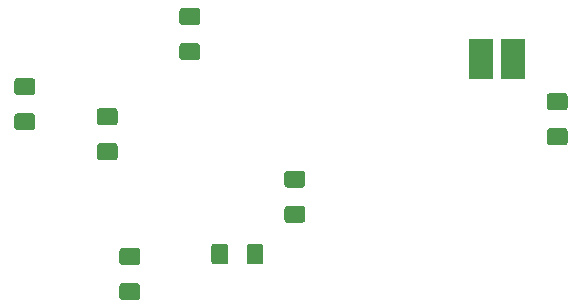
<source format=gbr>
G04 #@! TF.GenerationSoftware,KiCad,Pcbnew,(5.0.2)-1*
G04 #@! TF.CreationDate,2021-10-26T14:02:46-04:00*
G04 #@! TF.ProjectId,thermistor_amplifier,74686572-6d69-4737-946f-725f616d706c,rev?*
G04 #@! TF.SameCoordinates,Original*
G04 #@! TF.FileFunction,Paste,Top*
G04 #@! TF.FilePolarity,Positive*
%FSLAX46Y46*%
G04 Gerber Fmt 4.6, Leading zero omitted, Abs format (unit mm)*
G04 Created by KiCad (PCBNEW (5.0.2)-1) date 10/26/2021 2:02:46 PM*
%MOMM*%
%LPD*%
G01*
G04 APERTURE LIST*
%ADD10R,2.000000X3.500000*%
%ADD11C,0.100000*%
%ADD12C,1.425000*%
G04 APERTURE END LIST*
D10*
G04 #@! TO.C,L1*
X141685000Y-71120000D03*
X138985000Y-71120000D03*
G04 #@! TD*
D11*
G04 #@! TO.C,C1*
G36*
X146064504Y-76976204D02*
X146088773Y-76979804D01*
X146112571Y-76985765D01*
X146135671Y-76994030D01*
X146157849Y-77004520D01*
X146178893Y-77017133D01*
X146198598Y-77031747D01*
X146216777Y-77048223D01*
X146233253Y-77066402D01*
X146247867Y-77086107D01*
X146260480Y-77107151D01*
X146270970Y-77129329D01*
X146279235Y-77152429D01*
X146285196Y-77176227D01*
X146288796Y-77200496D01*
X146290000Y-77225000D01*
X146290000Y-78150000D01*
X146288796Y-78174504D01*
X146285196Y-78198773D01*
X146279235Y-78222571D01*
X146270970Y-78245671D01*
X146260480Y-78267849D01*
X146247867Y-78288893D01*
X146233253Y-78308598D01*
X146216777Y-78326777D01*
X146198598Y-78343253D01*
X146178893Y-78357867D01*
X146157849Y-78370480D01*
X146135671Y-78380970D01*
X146112571Y-78389235D01*
X146088773Y-78395196D01*
X146064504Y-78398796D01*
X146040000Y-78400000D01*
X144790000Y-78400000D01*
X144765496Y-78398796D01*
X144741227Y-78395196D01*
X144717429Y-78389235D01*
X144694329Y-78380970D01*
X144672151Y-78370480D01*
X144651107Y-78357867D01*
X144631402Y-78343253D01*
X144613223Y-78326777D01*
X144596747Y-78308598D01*
X144582133Y-78288893D01*
X144569520Y-78267849D01*
X144559030Y-78245671D01*
X144550765Y-78222571D01*
X144544804Y-78198773D01*
X144541204Y-78174504D01*
X144540000Y-78150000D01*
X144540000Y-77225000D01*
X144541204Y-77200496D01*
X144544804Y-77176227D01*
X144550765Y-77152429D01*
X144559030Y-77129329D01*
X144569520Y-77107151D01*
X144582133Y-77086107D01*
X144596747Y-77066402D01*
X144613223Y-77048223D01*
X144631402Y-77031747D01*
X144651107Y-77017133D01*
X144672151Y-77004520D01*
X144694329Y-76994030D01*
X144717429Y-76985765D01*
X144741227Y-76979804D01*
X144765496Y-76976204D01*
X144790000Y-76975000D01*
X146040000Y-76975000D01*
X146064504Y-76976204D01*
X146064504Y-76976204D01*
G37*
D12*
X145415000Y-77687500D03*
D11*
G36*
X146064504Y-74001204D02*
X146088773Y-74004804D01*
X146112571Y-74010765D01*
X146135671Y-74019030D01*
X146157849Y-74029520D01*
X146178893Y-74042133D01*
X146198598Y-74056747D01*
X146216777Y-74073223D01*
X146233253Y-74091402D01*
X146247867Y-74111107D01*
X146260480Y-74132151D01*
X146270970Y-74154329D01*
X146279235Y-74177429D01*
X146285196Y-74201227D01*
X146288796Y-74225496D01*
X146290000Y-74250000D01*
X146290000Y-75175000D01*
X146288796Y-75199504D01*
X146285196Y-75223773D01*
X146279235Y-75247571D01*
X146270970Y-75270671D01*
X146260480Y-75292849D01*
X146247867Y-75313893D01*
X146233253Y-75333598D01*
X146216777Y-75351777D01*
X146198598Y-75368253D01*
X146178893Y-75382867D01*
X146157849Y-75395480D01*
X146135671Y-75405970D01*
X146112571Y-75414235D01*
X146088773Y-75420196D01*
X146064504Y-75423796D01*
X146040000Y-75425000D01*
X144790000Y-75425000D01*
X144765496Y-75423796D01*
X144741227Y-75420196D01*
X144717429Y-75414235D01*
X144694329Y-75405970D01*
X144672151Y-75395480D01*
X144651107Y-75382867D01*
X144631402Y-75368253D01*
X144613223Y-75351777D01*
X144596747Y-75333598D01*
X144582133Y-75313893D01*
X144569520Y-75292849D01*
X144559030Y-75270671D01*
X144550765Y-75247571D01*
X144544804Y-75223773D01*
X144541204Y-75199504D01*
X144540000Y-75175000D01*
X144540000Y-74250000D01*
X144541204Y-74225496D01*
X144544804Y-74201227D01*
X144550765Y-74177429D01*
X144559030Y-74154329D01*
X144569520Y-74132151D01*
X144582133Y-74111107D01*
X144596747Y-74091402D01*
X144613223Y-74073223D01*
X144631402Y-74056747D01*
X144651107Y-74042133D01*
X144672151Y-74029520D01*
X144694329Y-74019030D01*
X144717429Y-74010765D01*
X144741227Y-74004804D01*
X144765496Y-74001204D01*
X144790000Y-74000000D01*
X146040000Y-74000000D01*
X146064504Y-74001204D01*
X146064504Y-74001204D01*
G37*
D12*
X145415000Y-74712500D03*
G04 #@! TD*
D11*
G04 #@! TO.C,C2*
G36*
X114949504Y-69773704D02*
X114973773Y-69777304D01*
X114997571Y-69783265D01*
X115020671Y-69791530D01*
X115042849Y-69802020D01*
X115063893Y-69814633D01*
X115083598Y-69829247D01*
X115101777Y-69845723D01*
X115118253Y-69863902D01*
X115132867Y-69883607D01*
X115145480Y-69904651D01*
X115155970Y-69926829D01*
X115164235Y-69949929D01*
X115170196Y-69973727D01*
X115173796Y-69997996D01*
X115175000Y-70022500D01*
X115175000Y-70947500D01*
X115173796Y-70972004D01*
X115170196Y-70996273D01*
X115164235Y-71020071D01*
X115155970Y-71043171D01*
X115145480Y-71065349D01*
X115132867Y-71086393D01*
X115118253Y-71106098D01*
X115101777Y-71124277D01*
X115083598Y-71140753D01*
X115063893Y-71155367D01*
X115042849Y-71167980D01*
X115020671Y-71178470D01*
X114997571Y-71186735D01*
X114973773Y-71192696D01*
X114949504Y-71196296D01*
X114925000Y-71197500D01*
X113675000Y-71197500D01*
X113650496Y-71196296D01*
X113626227Y-71192696D01*
X113602429Y-71186735D01*
X113579329Y-71178470D01*
X113557151Y-71167980D01*
X113536107Y-71155367D01*
X113516402Y-71140753D01*
X113498223Y-71124277D01*
X113481747Y-71106098D01*
X113467133Y-71086393D01*
X113454520Y-71065349D01*
X113444030Y-71043171D01*
X113435765Y-71020071D01*
X113429804Y-70996273D01*
X113426204Y-70972004D01*
X113425000Y-70947500D01*
X113425000Y-70022500D01*
X113426204Y-69997996D01*
X113429804Y-69973727D01*
X113435765Y-69949929D01*
X113444030Y-69926829D01*
X113454520Y-69904651D01*
X113467133Y-69883607D01*
X113481747Y-69863902D01*
X113498223Y-69845723D01*
X113516402Y-69829247D01*
X113536107Y-69814633D01*
X113557151Y-69802020D01*
X113579329Y-69791530D01*
X113602429Y-69783265D01*
X113626227Y-69777304D01*
X113650496Y-69773704D01*
X113675000Y-69772500D01*
X114925000Y-69772500D01*
X114949504Y-69773704D01*
X114949504Y-69773704D01*
G37*
D12*
X114300000Y-70485000D03*
D11*
G36*
X114949504Y-66798704D02*
X114973773Y-66802304D01*
X114997571Y-66808265D01*
X115020671Y-66816530D01*
X115042849Y-66827020D01*
X115063893Y-66839633D01*
X115083598Y-66854247D01*
X115101777Y-66870723D01*
X115118253Y-66888902D01*
X115132867Y-66908607D01*
X115145480Y-66929651D01*
X115155970Y-66951829D01*
X115164235Y-66974929D01*
X115170196Y-66998727D01*
X115173796Y-67022996D01*
X115175000Y-67047500D01*
X115175000Y-67972500D01*
X115173796Y-67997004D01*
X115170196Y-68021273D01*
X115164235Y-68045071D01*
X115155970Y-68068171D01*
X115145480Y-68090349D01*
X115132867Y-68111393D01*
X115118253Y-68131098D01*
X115101777Y-68149277D01*
X115083598Y-68165753D01*
X115063893Y-68180367D01*
X115042849Y-68192980D01*
X115020671Y-68203470D01*
X114997571Y-68211735D01*
X114973773Y-68217696D01*
X114949504Y-68221296D01*
X114925000Y-68222500D01*
X113675000Y-68222500D01*
X113650496Y-68221296D01*
X113626227Y-68217696D01*
X113602429Y-68211735D01*
X113579329Y-68203470D01*
X113557151Y-68192980D01*
X113536107Y-68180367D01*
X113516402Y-68165753D01*
X113498223Y-68149277D01*
X113481747Y-68131098D01*
X113467133Y-68111393D01*
X113454520Y-68090349D01*
X113444030Y-68068171D01*
X113435765Y-68045071D01*
X113429804Y-68021273D01*
X113426204Y-67997004D01*
X113425000Y-67972500D01*
X113425000Y-67047500D01*
X113426204Y-67022996D01*
X113429804Y-66998727D01*
X113435765Y-66974929D01*
X113444030Y-66951829D01*
X113454520Y-66929651D01*
X113467133Y-66908607D01*
X113481747Y-66888902D01*
X113498223Y-66870723D01*
X113516402Y-66854247D01*
X113536107Y-66839633D01*
X113557151Y-66827020D01*
X113579329Y-66816530D01*
X113602429Y-66808265D01*
X113626227Y-66802304D01*
X113650496Y-66798704D01*
X113675000Y-66797500D01*
X114925000Y-66797500D01*
X114949504Y-66798704D01*
X114949504Y-66798704D01*
G37*
D12*
X114300000Y-67510000D03*
G04 #@! TD*
D11*
G04 #@! TO.C,C3*
G36*
X123839504Y-83543704D02*
X123863773Y-83547304D01*
X123887571Y-83553265D01*
X123910671Y-83561530D01*
X123932849Y-83572020D01*
X123953893Y-83584633D01*
X123973598Y-83599247D01*
X123991777Y-83615723D01*
X124008253Y-83633902D01*
X124022867Y-83653607D01*
X124035480Y-83674651D01*
X124045970Y-83696829D01*
X124054235Y-83719929D01*
X124060196Y-83743727D01*
X124063796Y-83767996D01*
X124065000Y-83792500D01*
X124065000Y-84717500D01*
X124063796Y-84742004D01*
X124060196Y-84766273D01*
X124054235Y-84790071D01*
X124045970Y-84813171D01*
X124035480Y-84835349D01*
X124022867Y-84856393D01*
X124008253Y-84876098D01*
X123991777Y-84894277D01*
X123973598Y-84910753D01*
X123953893Y-84925367D01*
X123932849Y-84937980D01*
X123910671Y-84948470D01*
X123887571Y-84956735D01*
X123863773Y-84962696D01*
X123839504Y-84966296D01*
X123815000Y-84967500D01*
X122565000Y-84967500D01*
X122540496Y-84966296D01*
X122516227Y-84962696D01*
X122492429Y-84956735D01*
X122469329Y-84948470D01*
X122447151Y-84937980D01*
X122426107Y-84925367D01*
X122406402Y-84910753D01*
X122388223Y-84894277D01*
X122371747Y-84876098D01*
X122357133Y-84856393D01*
X122344520Y-84835349D01*
X122334030Y-84813171D01*
X122325765Y-84790071D01*
X122319804Y-84766273D01*
X122316204Y-84742004D01*
X122315000Y-84717500D01*
X122315000Y-83792500D01*
X122316204Y-83767996D01*
X122319804Y-83743727D01*
X122325765Y-83719929D01*
X122334030Y-83696829D01*
X122344520Y-83674651D01*
X122357133Y-83653607D01*
X122371747Y-83633902D01*
X122388223Y-83615723D01*
X122406402Y-83599247D01*
X122426107Y-83584633D01*
X122447151Y-83572020D01*
X122469329Y-83561530D01*
X122492429Y-83553265D01*
X122516227Y-83547304D01*
X122540496Y-83543704D01*
X122565000Y-83542500D01*
X123815000Y-83542500D01*
X123839504Y-83543704D01*
X123839504Y-83543704D01*
G37*
D12*
X123190000Y-84255000D03*
D11*
G36*
X123839504Y-80568704D02*
X123863773Y-80572304D01*
X123887571Y-80578265D01*
X123910671Y-80586530D01*
X123932849Y-80597020D01*
X123953893Y-80609633D01*
X123973598Y-80624247D01*
X123991777Y-80640723D01*
X124008253Y-80658902D01*
X124022867Y-80678607D01*
X124035480Y-80699651D01*
X124045970Y-80721829D01*
X124054235Y-80744929D01*
X124060196Y-80768727D01*
X124063796Y-80792996D01*
X124065000Y-80817500D01*
X124065000Y-81742500D01*
X124063796Y-81767004D01*
X124060196Y-81791273D01*
X124054235Y-81815071D01*
X124045970Y-81838171D01*
X124035480Y-81860349D01*
X124022867Y-81881393D01*
X124008253Y-81901098D01*
X123991777Y-81919277D01*
X123973598Y-81935753D01*
X123953893Y-81950367D01*
X123932849Y-81962980D01*
X123910671Y-81973470D01*
X123887571Y-81981735D01*
X123863773Y-81987696D01*
X123839504Y-81991296D01*
X123815000Y-81992500D01*
X122565000Y-81992500D01*
X122540496Y-81991296D01*
X122516227Y-81987696D01*
X122492429Y-81981735D01*
X122469329Y-81973470D01*
X122447151Y-81962980D01*
X122426107Y-81950367D01*
X122406402Y-81935753D01*
X122388223Y-81919277D01*
X122371747Y-81901098D01*
X122357133Y-81881393D01*
X122344520Y-81860349D01*
X122334030Y-81838171D01*
X122325765Y-81815071D01*
X122319804Y-81791273D01*
X122316204Y-81767004D01*
X122315000Y-81742500D01*
X122315000Y-80817500D01*
X122316204Y-80792996D01*
X122319804Y-80768727D01*
X122325765Y-80744929D01*
X122334030Y-80721829D01*
X122344520Y-80699651D01*
X122357133Y-80678607D01*
X122371747Y-80658902D01*
X122388223Y-80640723D01*
X122406402Y-80624247D01*
X122426107Y-80609633D01*
X122447151Y-80597020D01*
X122469329Y-80586530D01*
X122492429Y-80578265D01*
X122516227Y-80572304D01*
X122540496Y-80568704D01*
X122565000Y-80567500D01*
X123815000Y-80567500D01*
X123839504Y-80568704D01*
X123839504Y-80568704D01*
G37*
D12*
X123190000Y-81280000D03*
G04 #@! TD*
D11*
G04 #@! TO.C,R1*
G36*
X100979504Y-75706204D02*
X101003773Y-75709804D01*
X101027571Y-75715765D01*
X101050671Y-75724030D01*
X101072849Y-75734520D01*
X101093893Y-75747133D01*
X101113598Y-75761747D01*
X101131777Y-75778223D01*
X101148253Y-75796402D01*
X101162867Y-75816107D01*
X101175480Y-75837151D01*
X101185970Y-75859329D01*
X101194235Y-75882429D01*
X101200196Y-75906227D01*
X101203796Y-75930496D01*
X101205000Y-75955000D01*
X101205000Y-76880000D01*
X101203796Y-76904504D01*
X101200196Y-76928773D01*
X101194235Y-76952571D01*
X101185970Y-76975671D01*
X101175480Y-76997849D01*
X101162867Y-77018893D01*
X101148253Y-77038598D01*
X101131777Y-77056777D01*
X101113598Y-77073253D01*
X101093893Y-77087867D01*
X101072849Y-77100480D01*
X101050671Y-77110970D01*
X101027571Y-77119235D01*
X101003773Y-77125196D01*
X100979504Y-77128796D01*
X100955000Y-77130000D01*
X99705000Y-77130000D01*
X99680496Y-77128796D01*
X99656227Y-77125196D01*
X99632429Y-77119235D01*
X99609329Y-77110970D01*
X99587151Y-77100480D01*
X99566107Y-77087867D01*
X99546402Y-77073253D01*
X99528223Y-77056777D01*
X99511747Y-77038598D01*
X99497133Y-77018893D01*
X99484520Y-76997849D01*
X99474030Y-76975671D01*
X99465765Y-76952571D01*
X99459804Y-76928773D01*
X99456204Y-76904504D01*
X99455000Y-76880000D01*
X99455000Y-75955000D01*
X99456204Y-75930496D01*
X99459804Y-75906227D01*
X99465765Y-75882429D01*
X99474030Y-75859329D01*
X99484520Y-75837151D01*
X99497133Y-75816107D01*
X99511747Y-75796402D01*
X99528223Y-75778223D01*
X99546402Y-75761747D01*
X99566107Y-75747133D01*
X99587151Y-75734520D01*
X99609329Y-75724030D01*
X99632429Y-75715765D01*
X99656227Y-75709804D01*
X99680496Y-75706204D01*
X99705000Y-75705000D01*
X100955000Y-75705000D01*
X100979504Y-75706204D01*
X100979504Y-75706204D01*
G37*
D12*
X100330000Y-76417500D03*
D11*
G36*
X100979504Y-72731204D02*
X101003773Y-72734804D01*
X101027571Y-72740765D01*
X101050671Y-72749030D01*
X101072849Y-72759520D01*
X101093893Y-72772133D01*
X101113598Y-72786747D01*
X101131777Y-72803223D01*
X101148253Y-72821402D01*
X101162867Y-72841107D01*
X101175480Y-72862151D01*
X101185970Y-72884329D01*
X101194235Y-72907429D01*
X101200196Y-72931227D01*
X101203796Y-72955496D01*
X101205000Y-72980000D01*
X101205000Y-73905000D01*
X101203796Y-73929504D01*
X101200196Y-73953773D01*
X101194235Y-73977571D01*
X101185970Y-74000671D01*
X101175480Y-74022849D01*
X101162867Y-74043893D01*
X101148253Y-74063598D01*
X101131777Y-74081777D01*
X101113598Y-74098253D01*
X101093893Y-74112867D01*
X101072849Y-74125480D01*
X101050671Y-74135970D01*
X101027571Y-74144235D01*
X101003773Y-74150196D01*
X100979504Y-74153796D01*
X100955000Y-74155000D01*
X99705000Y-74155000D01*
X99680496Y-74153796D01*
X99656227Y-74150196D01*
X99632429Y-74144235D01*
X99609329Y-74135970D01*
X99587151Y-74125480D01*
X99566107Y-74112867D01*
X99546402Y-74098253D01*
X99528223Y-74081777D01*
X99511747Y-74063598D01*
X99497133Y-74043893D01*
X99484520Y-74022849D01*
X99474030Y-74000671D01*
X99465765Y-73977571D01*
X99459804Y-73953773D01*
X99456204Y-73929504D01*
X99455000Y-73905000D01*
X99455000Y-72980000D01*
X99456204Y-72955496D01*
X99459804Y-72931227D01*
X99465765Y-72907429D01*
X99474030Y-72884329D01*
X99484520Y-72862151D01*
X99497133Y-72841107D01*
X99511747Y-72821402D01*
X99528223Y-72803223D01*
X99546402Y-72786747D01*
X99566107Y-72772133D01*
X99587151Y-72759520D01*
X99609329Y-72749030D01*
X99632429Y-72740765D01*
X99656227Y-72734804D01*
X99680496Y-72731204D01*
X99705000Y-72730000D01*
X100955000Y-72730000D01*
X100979504Y-72731204D01*
X100979504Y-72731204D01*
G37*
D12*
X100330000Y-73442500D03*
G04 #@! TD*
D11*
G04 #@! TO.C,R3*
G36*
X109869504Y-87118704D02*
X109893773Y-87122304D01*
X109917571Y-87128265D01*
X109940671Y-87136530D01*
X109962849Y-87147020D01*
X109983893Y-87159633D01*
X110003598Y-87174247D01*
X110021777Y-87190723D01*
X110038253Y-87208902D01*
X110052867Y-87228607D01*
X110065480Y-87249651D01*
X110075970Y-87271829D01*
X110084235Y-87294929D01*
X110090196Y-87318727D01*
X110093796Y-87342996D01*
X110095000Y-87367500D01*
X110095000Y-88292500D01*
X110093796Y-88317004D01*
X110090196Y-88341273D01*
X110084235Y-88365071D01*
X110075970Y-88388171D01*
X110065480Y-88410349D01*
X110052867Y-88431393D01*
X110038253Y-88451098D01*
X110021777Y-88469277D01*
X110003598Y-88485753D01*
X109983893Y-88500367D01*
X109962849Y-88512980D01*
X109940671Y-88523470D01*
X109917571Y-88531735D01*
X109893773Y-88537696D01*
X109869504Y-88541296D01*
X109845000Y-88542500D01*
X108595000Y-88542500D01*
X108570496Y-88541296D01*
X108546227Y-88537696D01*
X108522429Y-88531735D01*
X108499329Y-88523470D01*
X108477151Y-88512980D01*
X108456107Y-88500367D01*
X108436402Y-88485753D01*
X108418223Y-88469277D01*
X108401747Y-88451098D01*
X108387133Y-88431393D01*
X108374520Y-88410349D01*
X108364030Y-88388171D01*
X108355765Y-88365071D01*
X108349804Y-88341273D01*
X108346204Y-88317004D01*
X108345000Y-88292500D01*
X108345000Y-87367500D01*
X108346204Y-87342996D01*
X108349804Y-87318727D01*
X108355765Y-87294929D01*
X108364030Y-87271829D01*
X108374520Y-87249651D01*
X108387133Y-87228607D01*
X108401747Y-87208902D01*
X108418223Y-87190723D01*
X108436402Y-87174247D01*
X108456107Y-87159633D01*
X108477151Y-87147020D01*
X108499329Y-87136530D01*
X108522429Y-87128265D01*
X108546227Y-87122304D01*
X108570496Y-87118704D01*
X108595000Y-87117500D01*
X109845000Y-87117500D01*
X109869504Y-87118704D01*
X109869504Y-87118704D01*
G37*
D12*
X109220000Y-87830000D03*
D11*
G36*
X109869504Y-90093704D02*
X109893773Y-90097304D01*
X109917571Y-90103265D01*
X109940671Y-90111530D01*
X109962849Y-90122020D01*
X109983893Y-90134633D01*
X110003598Y-90149247D01*
X110021777Y-90165723D01*
X110038253Y-90183902D01*
X110052867Y-90203607D01*
X110065480Y-90224651D01*
X110075970Y-90246829D01*
X110084235Y-90269929D01*
X110090196Y-90293727D01*
X110093796Y-90317996D01*
X110095000Y-90342500D01*
X110095000Y-91267500D01*
X110093796Y-91292004D01*
X110090196Y-91316273D01*
X110084235Y-91340071D01*
X110075970Y-91363171D01*
X110065480Y-91385349D01*
X110052867Y-91406393D01*
X110038253Y-91426098D01*
X110021777Y-91444277D01*
X110003598Y-91460753D01*
X109983893Y-91475367D01*
X109962849Y-91487980D01*
X109940671Y-91498470D01*
X109917571Y-91506735D01*
X109893773Y-91512696D01*
X109869504Y-91516296D01*
X109845000Y-91517500D01*
X108595000Y-91517500D01*
X108570496Y-91516296D01*
X108546227Y-91512696D01*
X108522429Y-91506735D01*
X108499329Y-91498470D01*
X108477151Y-91487980D01*
X108456107Y-91475367D01*
X108436402Y-91460753D01*
X108418223Y-91444277D01*
X108401747Y-91426098D01*
X108387133Y-91406393D01*
X108374520Y-91385349D01*
X108364030Y-91363171D01*
X108355765Y-91340071D01*
X108349804Y-91316273D01*
X108346204Y-91292004D01*
X108345000Y-91267500D01*
X108345000Y-90342500D01*
X108346204Y-90317996D01*
X108349804Y-90293727D01*
X108355765Y-90269929D01*
X108364030Y-90246829D01*
X108374520Y-90224651D01*
X108387133Y-90203607D01*
X108401747Y-90183902D01*
X108418223Y-90165723D01*
X108436402Y-90149247D01*
X108456107Y-90134633D01*
X108477151Y-90122020D01*
X108499329Y-90111530D01*
X108522429Y-90103265D01*
X108546227Y-90097304D01*
X108570496Y-90093704D01*
X108595000Y-90092500D01*
X109845000Y-90092500D01*
X109869504Y-90093704D01*
X109869504Y-90093704D01*
G37*
D12*
X109220000Y-90805000D03*
G04 #@! TD*
D11*
G04 #@! TO.C,R4*
G36*
X120302004Y-86756204D02*
X120326273Y-86759804D01*
X120350071Y-86765765D01*
X120373171Y-86774030D01*
X120395349Y-86784520D01*
X120416393Y-86797133D01*
X120436098Y-86811747D01*
X120454277Y-86828223D01*
X120470753Y-86846402D01*
X120485367Y-86866107D01*
X120497980Y-86887151D01*
X120508470Y-86909329D01*
X120516735Y-86932429D01*
X120522696Y-86956227D01*
X120526296Y-86980496D01*
X120527500Y-87005000D01*
X120527500Y-88255000D01*
X120526296Y-88279504D01*
X120522696Y-88303773D01*
X120516735Y-88327571D01*
X120508470Y-88350671D01*
X120497980Y-88372849D01*
X120485367Y-88393893D01*
X120470753Y-88413598D01*
X120454277Y-88431777D01*
X120436098Y-88448253D01*
X120416393Y-88462867D01*
X120395349Y-88475480D01*
X120373171Y-88485970D01*
X120350071Y-88494235D01*
X120326273Y-88500196D01*
X120302004Y-88503796D01*
X120277500Y-88505000D01*
X119352500Y-88505000D01*
X119327996Y-88503796D01*
X119303727Y-88500196D01*
X119279929Y-88494235D01*
X119256829Y-88485970D01*
X119234651Y-88475480D01*
X119213607Y-88462867D01*
X119193902Y-88448253D01*
X119175723Y-88431777D01*
X119159247Y-88413598D01*
X119144633Y-88393893D01*
X119132020Y-88372849D01*
X119121530Y-88350671D01*
X119113265Y-88327571D01*
X119107304Y-88303773D01*
X119103704Y-88279504D01*
X119102500Y-88255000D01*
X119102500Y-87005000D01*
X119103704Y-86980496D01*
X119107304Y-86956227D01*
X119113265Y-86932429D01*
X119121530Y-86909329D01*
X119132020Y-86887151D01*
X119144633Y-86866107D01*
X119159247Y-86846402D01*
X119175723Y-86828223D01*
X119193902Y-86811747D01*
X119213607Y-86797133D01*
X119234651Y-86784520D01*
X119256829Y-86774030D01*
X119279929Y-86765765D01*
X119303727Y-86759804D01*
X119327996Y-86756204D01*
X119352500Y-86755000D01*
X120277500Y-86755000D01*
X120302004Y-86756204D01*
X120302004Y-86756204D01*
G37*
D12*
X119815000Y-87630000D03*
D11*
G36*
X117327004Y-86756204D02*
X117351273Y-86759804D01*
X117375071Y-86765765D01*
X117398171Y-86774030D01*
X117420349Y-86784520D01*
X117441393Y-86797133D01*
X117461098Y-86811747D01*
X117479277Y-86828223D01*
X117495753Y-86846402D01*
X117510367Y-86866107D01*
X117522980Y-86887151D01*
X117533470Y-86909329D01*
X117541735Y-86932429D01*
X117547696Y-86956227D01*
X117551296Y-86980496D01*
X117552500Y-87005000D01*
X117552500Y-88255000D01*
X117551296Y-88279504D01*
X117547696Y-88303773D01*
X117541735Y-88327571D01*
X117533470Y-88350671D01*
X117522980Y-88372849D01*
X117510367Y-88393893D01*
X117495753Y-88413598D01*
X117479277Y-88431777D01*
X117461098Y-88448253D01*
X117441393Y-88462867D01*
X117420349Y-88475480D01*
X117398171Y-88485970D01*
X117375071Y-88494235D01*
X117351273Y-88500196D01*
X117327004Y-88503796D01*
X117302500Y-88505000D01*
X116377500Y-88505000D01*
X116352996Y-88503796D01*
X116328727Y-88500196D01*
X116304929Y-88494235D01*
X116281829Y-88485970D01*
X116259651Y-88475480D01*
X116238607Y-88462867D01*
X116218902Y-88448253D01*
X116200723Y-88431777D01*
X116184247Y-88413598D01*
X116169633Y-88393893D01*
X116157020Y-88372849D01*
X116146530Y-88350671D01*
X116138265Y-88327571D01*
X116132304Y-88303773D01*
X116128704Y-88279504D01*
X116127500Y-88255000D01*
X116127500Y-87005000D01*
X116128704Y-86980496D01*
X116132304Y-86956227D01*
X116138265Y-86932429D01*
X116146530Y-86909329D01*
X116157020Y-86887151D01*
X116169633Y-86866107D01*
X116184247Y-86846402D01*
X116200723Y-86828223D01*
X116218902Y-86811747D01*
X116238607Y-86797133D01*
X116259651Y-86784520D01*
X116281829Y-86774030D01*
X116304929Y-86765765D01*
X116328727Y-86759804D01*
X116352996Y-86756204D01*
X116377500Y-86755000D01*
X117302500Y-86755000D01*
X117327004Y-86756204D01*
X117327004Y-86756204D01*
G37*
D12*
X116840000Y-87630000D03*
G04 #@! TD*
D11*
G04 #@! TO.C,R5*
G36*
X107964504Y-78246204D02*
X107988773Y-78249804D01*
X108012571Y-78255765D01*
X108035671Y-78264030D01*
X108057849Y-78274520D01*
X108078893Y-78287133D01*
X108098598Y-78301747D01*
X108116777Y-78318223D01*
X108133253Y-78336402D01*
X108147867Y-78356107D01*
X108160480Y-78377151D01*
X108170970Y-78399329D01*
X108179235Y-78422429D01*
X108185196Y-78446227D01*
X108188796Y-78470496D01*
X108190000Y-78495000D01*
X108190000Y-79420000D01*
X108188796Y-79444504D01*
X108185196Y-79468773D01*
X108179235Y-79492571D01*
X108170970Y-79515671D01*
X108160480Y-79537849D01*
X108147867Y-79558893D01*
X108133253Y-79578598D01*
X108116777Y-79596777D01*
X108098598Y-79613253D01*
X108078893Y-79627867D01*
X108057849Y-79640480D01*
X108035671Y-79650970D01*
X108012571Y-79659235D01*
X107988773Y-79665196D01*
X107964504Y-79668796D01*
X107940000Y-79670000D01*
X106690000Y-79670000D01*
X106665496Y-79668796D01*
X106641227Y-79665196D01*
X106617429Y-79659235D01*
X106594329Y-79650970D01*
X106572151Y-79640480D01*
X106551107Y-79627867D01*
X106531402Y-79613253D01*
X106513223Y-79596777D01*
X106496747Y-79578598D01*
X106482133Y-79558893D01*
X106469520Y-79537849D01*
X106459030Y-79515671D01*
X106450765Y-79492571D01*
X106444804Y-79468773D01*
X106441204Y-79444504D01*
X106440000Y-79420000D01*
X106440000Y-78495000D01*
X106441204Y-78470496D01*
X106444804Y-78446227D01*
X106450765Y-78422429D01*
X106459030Y-78399329D01*
X106469520Y-78377151D01*
X106482133Y-78356107D01*
X106496747Y-78336402D01*
X106513223Y-78318223D01*
X106531402Y-78301747D01*
X106551107Y-78287133D01*
X106572151Y-78274520D01*
X106594329Y-78264030D01*
X106617429Y-78255765D01*
X106641227Y-78249804D01*
X106665496Y-78246204D01*
X106690000Y-78245000D01*
X107940000Y-78245000D01*
X107964504Y-78246204D01*
X107964504Y-78246204D01*
G37*
D12*
X107315000Y-78957500D03*
D11*
G36*
X107964504Y-75271204D02*
X107988773Y-75274804D01*
X108012571Y-75280765D01*
X108035671Y-75289030D01*
X108057849Y-75299520D01*
X108078893Y-75312133D01*
X108098598Y-75326747D01*
X108116777Y-75343223D01*
X108133253Y-75361402D01*
X108147867Y-75381107D01*
X108160480Y-75402151D01*
X108170970Y-75424329D01*
X108179235Y-75447429D01*
X108185196Y-75471227D01*
X108188796Y-75495496D01*
X108190000Y-75520000D01*
X108190000Y-76445000D01*
X108188796Y-76469504D01*
X108185196Y-76493773D01*
X108179235Y-76517571D01*
X108170970Y-76540671D01*
X108160480Y-76562849D01*
X108147867Y-76583893D01*
X108133253Y-76603598D01*
X108116777Y-76621777D01*
X108098598Y-76638253D01*
X108078893Y-76652867D01*
X108057849Y-76665480D01*
X108035671Y-76675970D01*
X108012571Y-76684235D01*
X107988773Y-76690196D01*
X107964504Y-76693796D01*
X107940000Y-76695000D01*
X106690000Y-76695000D01*
X106665496Y-76693796D01*
X106641227Y-76690196D01*
X106617429Y-76684235D01*
X106594329Y-76675970D01*
X106572151Y-76665480D01*
X106551107Y-76652867D01*
X106531402Y-76638253D01*
X106513223Y-76621777D01*
X106496747Y-76603598D01*
X106482133Y-76583893D01*
X106469520Y-76562849D01*
X106459030Y-76540671D01*
X106450765Y-76517571D01*
X106444804Y-76493773D01*
X106441204Y-76469504D01*
X106440000Y-76445000D01*
X106440000Y-75520000D01*
X106441204Y-75495496D01*
X106444804Y-75471227D01*
X106450765Y-75447429D01*
X106459030Y-75424329D01*
X106469520Y-75402151D01*
X106482133Y-75381107D01*
X106496747Y-75361402D01*
X106513223Y-75343223D01*
X106531402Y-75326747D01*
X106551107Y-75312133D01*
X106572151Y-75299520D01*
X106594329Y-75289030D01*
X106617429Y-75280765D01*
X106641227Y-75274804D01*
X106665496Y-75271204D01*
X106690000Y-75270000D01*
X107940000Y-75270000D01*
X107964504Y-75271204D01*
X107964504Y-75271204D01*
G37*
D12*
X107315000Y-75982500D03*
G04 #@! TD*
M02*

</source>
